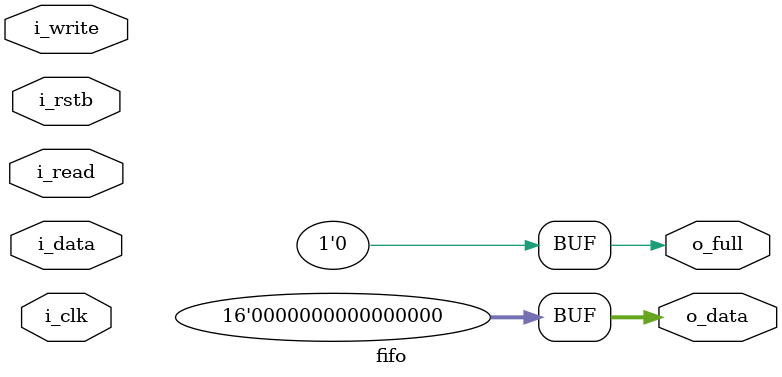
<source format=sv>
`timescale 1ns/100ps
module fifo#(
    parameter D_WD = 16,
    parameter SIZE = 16
)(
    input  logic            i_clk,
    input  logic            i_rstb,
    input  logic [D_WD-1:0] i_data,
    input  logic            i_write,
    input  logic            i_read,
    output logic [D_WD-1:0] o_data,
    output logic            o_full
);

// Edit the code here begin ---------------------------------------------------

   assign o_full = 1'b0;
   assign o_data = 'b0;

// Edit the code here end -----------------------------------------------------

/*
    Following section is necessary for dumping waveforms. This is needed for debug and simulations
*/

`ifndef DISABLE_WAVES
    initial begin
        $dumpfile("./sim_build/fifo.vcd");
        $dumpvars(0, fifo);
    end
`endif
   
endmodule

</source>
